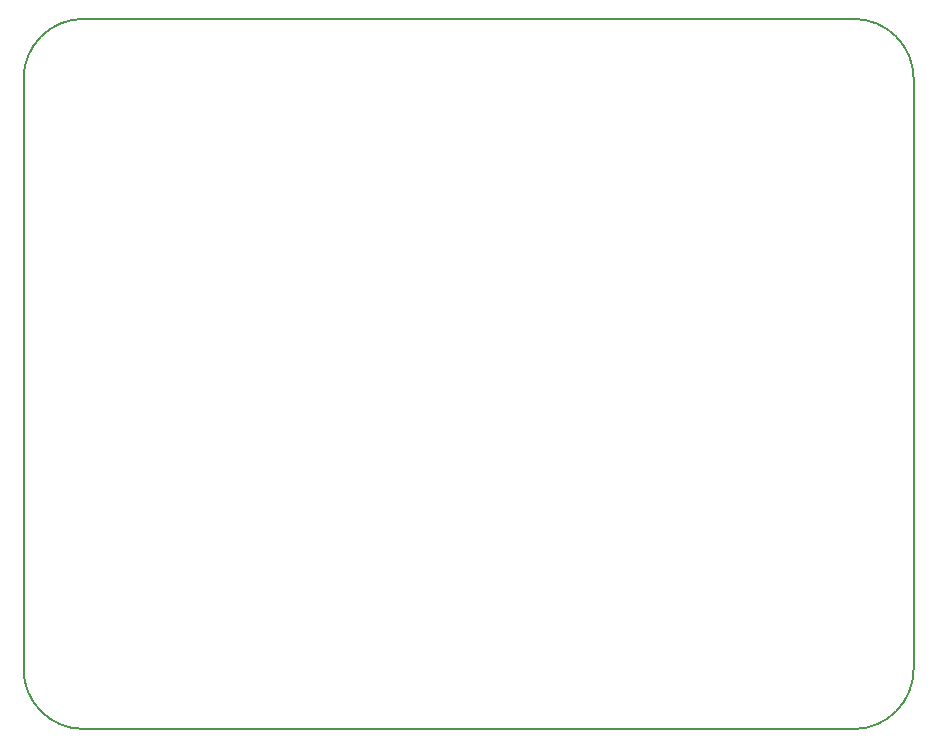
<source format=gbr>
%TF.GenerationSoftware,KiCad,Pcbnew,(6.0.0)*%
%TF.CreationDate,2022-03-26T12:46:50-04:00*%
%TF.ProjectId,old,6f6c642e-6b69-4636-9164-5f7063625858,rev?*%
%TF.SameCoordinates,Original*%
%TF.FileFunction,Profile,NP*%
%FSLAX46Y46*%
G04 Gerber Fmt 4.6, Leading zero omitted, Abs format (unit mm)*
G04 Created by KiCad (PCBNEW (6.0.0)) date 2022-03-26 12:46:50*
%MOMM*%
%LPD*%
G01*
G04 APERTURE LIST*
%TA.AperFunction,Profile*%
%ADD10C,0.200000*%
%TD*%
G04 APERTURE END LIST*
D10*
X184367898Y-72172102D02*
G75*
G03*
X179287898Y-67092102I-5080002J-2D01*
G01*
X114082102Y-127217898D02*
X179287898Y-127217898D01*
X114082102Y-67092102D02*
G75*
G03*
X109002102Y-72172102I2J-5080002D01*
G01*
X109002102Y-72172102D02*
X109002102Y-122137898D01*
X179287898Y-127217898D02*
G75*
G03*
X184367898Y-122137898I-2J5080002D01*
G01*
X184367898Y-72172102D02*
X184367898Y-122137898D01*
X109002102Y-122137898D02*
G75*
G03*
X114082102Y-127217898I5080002J2D01*
G01*
X114082102Y-67092102D02*
X179287898Y-67092102D01*
M02*

</source>
